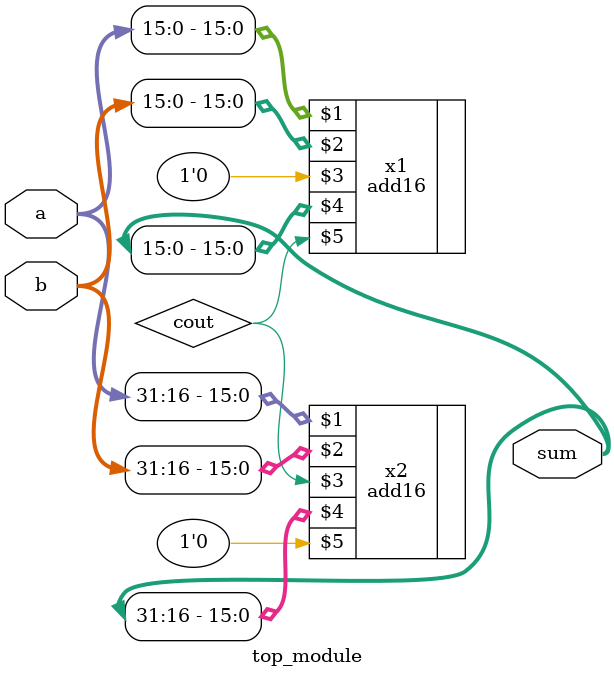
<source format=v>
module top_module(
    input [31:0] a,
    input [31:0] b,
    output [31:0] sum
);
    wire cout;
    
    add16 x1(a[15:0], b[15:0], 1'b0, sum[15:0], cout);
    add16 x2(a[31:16], b[31:16], cout, sum[31:16], 1'b0);

endmodule

</source>
